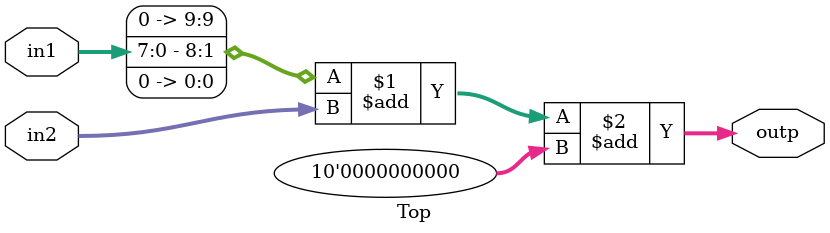
<source format=sv>
module Top (
	input logic [7:0] in1,
	input logic [7:0] in2,
	output logic [9:0] outp
);

	assign outp = { in1, 1'b0 } + in2 + 10'b0;

endmodule



</source>
